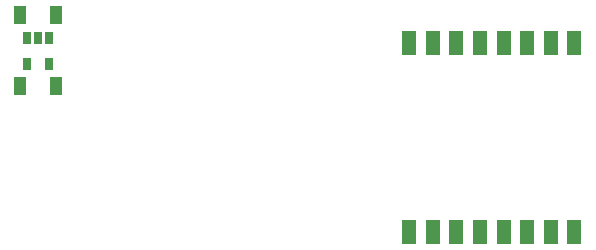
<source format=gbr>
G04 #@! TF.FileFunction,Paste,Bot*
%FSLAX46Y46*%
G04 Gerber Fmt 4.6, Leading zero omitted, Abs format (unit mm)*
G04 Created by KiCad (PCBNEW 4.0.7) date 10/01/17 15:58:34*
%MOMM*%
%LPD*%
G01*
G04 APERTURE LIST*
%ADD10C,0.100000*%
%ADD11R,1.300000X2.000000*%
%ADD12R,1.000000X1.600000*%
%ADD13R,0.650000X1.060000*%
G04 APERTURE END LIST*
D10*
D11*
X163333000Y-87251000D03*
X161333000Y-87251000D03*
X159333000Y-87251000D03*
X157333000Y-87251000D03*
X155333000Y-87251000D03*
X153333000Y-87251000D03*
X151333000Y-87251000D03*
X149333000Y-87251000D03*
X149333000Y-71251000D03*
X151333000Y-71251000D03*
X153333000Y-71251000D03*
X155333000Y-71251000D03*
X157333000Y-71251000D03*
X159333000Y-71251000D03*
X161333000Y-71251000D03*
X163333000Y-71251000D03*
D12*
X116400000Y-68900000D03*
X119400000Y-68900000D03*
X116400000Y-74900000D03*
X119400000Y-74900000D03*
D13*
X116950000Y-70800000D03*
X117900000Y-70800000D03*
X118850000Y-70800000D03*
X118850000Y-73000000D03*
X116950000Y-73000000D03*
M02*

</source>
